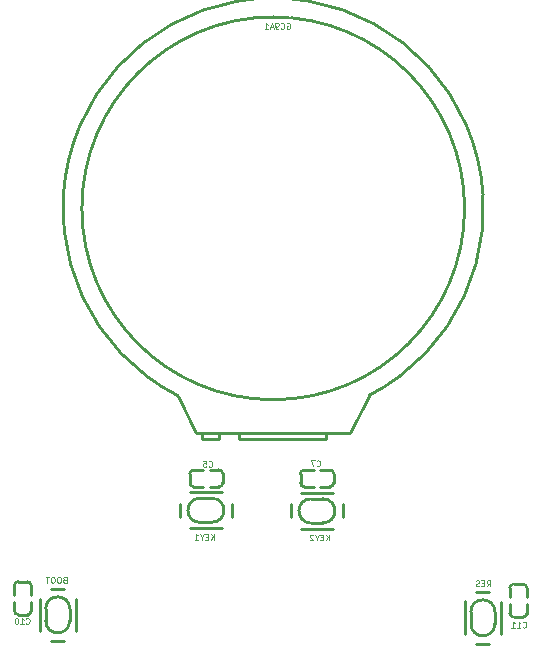
<source format=gbr>
%TF.GenerationSoftware,KiCad,Pcbnew,(6.0.2)*%
%TF.CreationDate,2022-08-25T15:18:49+08:00*%
%TF.ProjectId,ESP32S3_LCD_Card,45535033-3253-4335-9f4c-43445f436172,rev?*%
%TF.SameCoordinates,Original*%
%TF.FileFunction,Legend,Bot*%
%TF.FilePolarity,Positive*%
%FSLAX46Y46*%
G04 Gerber Fmt 4.6, Leading zero omitted, Abs format (unit mm)*
G04 Created by KiCad (PCBNEW (6.0.2)) date 2022-08-25 15:18:49*
%MOMM*%
%LPD*%
G01*
G04 APERTURE LIST*
%ADD10C,0.125000*%
%ADD11C,0.254000*%
G04 APERTURE END LIST*
D10*
%TO.C,C5*%
X135018678Y-127432571D02*
X135042488Y-127456380D01*
X135113916Y-127480190D01*
X135161535Y-127480190D01*
X135232964Y-127456380D01*
X135280583Y-127408761D01*
X135304392Y-127361142D01*
X135328202Y-127265904D01*
X135328202Y-127194476D01*
X135304392Y-127099238D01*
X135280583Y-127051619D01*
X135232964Y-127004000D01*
X135161535Y-126980190D01*
X135113916Y-126980190D01*
X135042488Y-127004000D01*
X135018678Y-127027809D01*
X134566297Y-126980190D02*
X134804392Y-126980190D01*
X134828202Y-127218285D01*
X134804392Y-127194476D01*
X134756773Y-127170666D01*
X134637726Y-127170666D01*
X134590107Y-127194476D01*
X134566297Y-127218285D01*
X134542488Y-127265904D01*
X134542488Y-127384952D01*
X134566297Y-127432571D01*
X134590107Y-127456380D01*
X134637726Y-127480190D01*
X134756773Y-127480190D01*
X134804392Y-127456380D01*
X134828202Y-127432571D01*
%TO.C,GC9A1*%
X141654250Y-89920000D02*
X141701869Y-89896190D01*
X141773297Y-89896190D01*
X141844726Y-89920000D01*
X141892345Y-89967619D01*
X141916154Y-90015238D01*
X141939964Y-90110476D01*
X141939964Y-90181904D01*
X141916154Y-90277142D01*
X141892345Y-90324761D01*
X141844726Y-90372380D01*
X141773297Y-90396190D01*
X141725678Y-90396190D01*
X141654250Y-90372380D01*
X141630440Y-90348571D01*
X141630440Y-90181904D01*
X141725678Y-90181904D01*
X141130440Y-90348571D02*
X141154250Y-90372380D01*
X141225678Y-90396190D01*
X141273297Y-90396190D01*
X141344726Y-90372380D01*
X141392345Y-90324761D01*
X141416154Y-90277142D01*
X141439964Y-90181904D01*
X141439964Y-90110476D01*
X141416154Y-90015238D01*
X141392345Y-89967619D01*
X141344726Y-89920000D01*
X141273297Y-89896190D01*
X141225678Y-89896190D01*
X141154250Y-89920000D01*
X141130440Y-89943809D01*
X140892345Y-90396190D02*
X140797107Y-90396190D01*
X140749488Y-90372380D01*
X140725678Y-90348571D01*
X140678059Y-90277142D01*
X140654250Y-90181904D01*
X140654250Y-89991428D01*
X140678059Y-89943809D01*
X140701869Y-89920000D01*
X140749488Y-89896190D01*
X140844726Y-89896190D01*
X140892345Y-89920000D01*
X140916154Y-89943809D01*
X140939964Y-89991428D01*
X140939964Y-90110476D01*
X140916154Y-90158095D01*
X140892345Y-90181904D01*
X140844726Y-90205714D01*
X140749488Y-90205714D01*
X140701869Y-90181904D01*
X140678059Y-90158095D01*
X140654250Y-90110476D01*
X140463773Y-90253333D02*
X140225678Y-90253333D01*
X140511392Y-90396190D02*
X140344726Y-89896190D01*
X140178059Y-90396190D01*
X139749488Y-90396190D02*
X140035202Y-90396190D01*
X139892345Y-90396190D02*
X139892345Y-89896190D01*
X139939964Y-89967619D01*
X139987583Y-90015238D01*
X140035202Y-90039047D01*
%TO.C,C7*%
X144166988Y-127391562D02*
X144190797Y-127415371D01*
X144262226Y-127439181D01*
X144309845Y-127439181D01*
X144381273Y-127415371D01*
X144428892Y-127367752D01*
X144452702Y-127320133D01*
X144476511Y-127224895D01*
X144476511Y-127153467D01*
X144452702Y-127058229D01*
X144428892Y-127010610D01*
X144381273Y-126962991D01*
X144309845Y-126939181D01*
X144262226Y-126939181D01*
X144190797Y-126962991D01*
X144166988Y-126986800D01*
X144000321Y-126939181D02*
X143666988Y-126939181D01*
X143881273Y-127439181D01*
%TO.C,C11*%
X161612347Y-141040786D02*
X161636156Y-141064595D01*
X161707585Y-141088405D01*
X161755204Y-141088405D01*
X161826632Y-141064595D01*
X161874251Y-141016976D01*
X161898061Y-140969357D01*
X161921870Y-140874119D01*
X161921870Y-140802691D01*
X161898061Y-140707453D01*
X161874251Y-140659834D01*
X161826632Y-140612215D01*
X161755204Y-140588405D01*
X161707585Y-140588405D01*
X161636156Y-140612215D01*
X161612347Y-140636024D01*
X161136156Y-141088405D02*
X161421870Y-141088405D01*
X161279013Y-141088405D02*
X161279013Y-140588405D01*
X161326632Y-140659834D01*
X161374251Y-140707453D01*
X161421870Y-140731262D01*
X160659966Y-141088405D02*
X160945680Y-141088405D01*
X160802823Y-141088405D02*
X160802823Y-140588405D01*
X160850442Y-140659834D01*
X160898061Y-140707453D01*
X160945680Y-140731262D01*
%TO.C,BOOT*%
X122823035Y-137029150D02*
X122751607Y-137052960D01*
X122727797Y-137076769D01*
X122703988Y-137124388D01*
X122703988Y-137195817D01*
X122727797Y-137243436D01*
X122751607Y-137267245D01*
X122799226Y-137291055D01*
X122989702Y-137291055D01*
X122989702Y-136791055D01*
X122823035Y-136791055D01*
X122775416Y-136814865D01*
X122751607Y-136838674D01*
X122727797Y-136886293D01*
X122727797Y-136933912D01*
X122751607Y-136981531D01*
X122775416Y-137005341D01*
X122823035Y-137029150D01*
X122989702Y-137029150D01*
X122394464Y-136791055D02*
X122299226Y-136791055D01*
X122251607Y-136814865D01*
X122203988Y-136862484D01*
X122180178Y-136957722D01*
X122180178Y-137124388D01*
X122203988Y-137219626D01*
X122251607Y-137267245D01*
X122299226Y-137291055D01*
X122394464Y-137291055D01*
X122442083Y-137267245D01*
X122489702Y-137219626D01*
X122513511Y-137124388D01*
X122513511Y-136957722D01*
X122489702Y-136862484D01*
X122442083Y-136814865D01*
X122394464Y-136791055D01*
X121870654Y-136791055D02*
X121775416Y-136791055D01*
X121727797Y-136814865D01*
X121680178Y-136862484D01*
X121656369Y-136957722D01*
X121656369Y-137124388D01*
X121680178Y-137219626D01*
X121727797Y-137267245D01*
X121775416Y-137291055D01*
X121870654Y-137291055D01*
X121918273Y-137267245D01*
X121965892Y-137219626D01*
X121989702Y-137124388D01*
X121989702Y-136957722D01*
X121965892Y-136862484D01*
X121918273Y-136814865D01*
X121870654Y-136791055D01*
X121513511Y-136791055D02*
X121227797Y-136791055D01*
X121370654Y-137291055D02*
X121370654Y-136791055D01*
%TO.C,RES*%
X158563446Y-137601768D02*
X158730112Y-137363673D01*
X158849160Y-137601768D02*
X158849160Y-137101768D01*
X158658684Y-137101768D01*
X158611065Y-137125578D01*
X158587255Y-137149387D01*
X158563446Y-137197006D01*
X158563446Y-137268435D01*
X158587255Y-137316054D01*
X158611065Y-137339863D01*
X158658684Y-137363673D01*
X158849160Y-137363673D01*
X158349160Y-137339863D02*
X158182493Y-137339863D01*
X158111065Y-137601768D02*
X158349160Y-137601768D01*
X158349160Y-137101768D01*
X158111065Y-137101768D01*
X157920588Y-137577958D02*
X157849160Y-137601768D01*
X157730112Y-137601768D01*
X157682493Y-137577958D01*
X157658684Y-137554149D01*
X157634874Y-137506530D01*
X157634874Y-137458911D01*
X157658684Y-137411292D01*
X157682493Y-137387482D01*
X157730112Y-137363673D01*
X157825350Y-137339863D01*
X157872969Y-137316054D01*
X157896779Y-137292244D01*
X157920588Y-137244625D01*
X157920588Y-137197006D01*
X157896779Y-137149387D01*
X157872969Y-137125578D01*
X157825350Y-137101768D01*
X157706303Y-137101768D01*
X157634874Y-137125578D01*
%TO.C,C10*%
X119550774Y-140730069D02*
X119574583Y-140753878D01*
X119646012Y-140777688D01*
X119693631Y-140777688D01*
X119765059Y-140753878D01*
X119812678Y-140706259D01*
X119836488Y-140658640D01*
X119860297Y-140563402D01*
X119860297Y-140491974D01*
X119836488Y-140396736D01*
X119812678Y-140349117D01*
X119765059Y-140301498D01*
X119693631Y-140277688D01*
X119646012Y-140277688D01*
X119574583Y-140301498D01*
X119550774Y-140325307D01*
X119074583Y-140777688D02*
X119360297Y-140777688D01*
X119217440Y-140777688D02*
X119217440Y-140277688D01*
X119265059Y-140349117D01*
X119312678Y-140396736D01*
X119360297Y-140420545D01*
X118765059Y-140277688D02*
X118717440Y-140277688D01*
X118669821Y-140301498D01*
X118646012Y-140325307D01*
X118622202Y-140372926D01*
X118598393Y-140468164D01*
X118598393Y-140587212D01*
X118622202Y-140682450D01*
X118646012Y-140730069D01*
X118669821Y-140753878D01*
X118717440Y-140777688D01*
X118765059Y-140777688D01*
X118812678Y-140753878D01*
X118836488Y-140730069D01*
X118860297Y-140682450D01*
X118884107Y-140587212D01*
X118884107Y-140468164D01*
X118860297Y-140372926D01*
X118836488Y-140325307D01*
X118812678Y-140301498D01*
X118765059Y-140277688D01*
%TO.C,KEY2*%
X145217336Y-133719593D02*
X145217336Y-133219593D01*
X144931621Y-133719593D02*
X145145907Y-133433879D01*
X144931621Y-133219593D02*
X145217336Y-133505307D01*
X144717336Y-133457688D02*
X144550669Y-133457688D01*
X144479241Y-133719593D02*
X144717336Y-133719593D01*
X144717336Y-133219593D01*
X144479241Y-133219593D01*
X144169717Y-133481498D02*
X144169717Y-133719593D01*
X144336383Y-133219593D02*
X144169717Y-133481498D01*
X144003050Y-133219593D01*
X143860193Y-133267212D02*
X143836383Y-133243403D01*
X143788764Y-133219593D01*
X143669717Y-133219593D01*
X143622098Y-133243403D01*
X143598288Y-133267212D01*
X143574479Y-133314831D01*
X143574479Y-133362450D01*
X143598288Y-133433879D01*
X143884002Y-133719593D01*
X143574479Y-133719593D01*
%TO.C,KEY1*%
X135478344Y-133644611D02*
X135478344Y-133144611D01*
X135192630Y-133644611D02*
X135406915Y-133358897D01*
X135192630Y-133144611D02*
X135478344Y-133430325D01*
X134978344Y-133382706D02*
X134811677Y-133382706D01*
X134740249Y-133644611D02*
X134978344Y-133644611D01*
X134978344Y-133144611D01*
X134740249Y-133144611D01*
X134430725Y-133406516D02*
X134430725Y-133644611D01*
X134597392Y-133144611D02*
X134430725Y-133406516D01*
X134264058Y-133144611D01*
X133835487Y-133644611D02*
X134121201Y-133644611D01*
X133978344Y-133644611D02*
X133978344Y-133144611D01*
X134025963Y-133216040D01*
X134073582Y-133263659D01*
X134121201Y-133287468D01*
D11*
%TO.C,C5*%
X133422582Y-128051669D02*
X133422582Y-128851669D01*
X134532582Y-127741669D02*
X133732582Y-127741669D01*
X136217582Y-128045669D02*
X136217582Y-128845669D01*
X134532582Y-129161669D02*
X133732582Y-129161669D01*
X135108582Y-129155669D02*
X135908582Y-129155669D01*
X135108582Y-127736669D02*
X135908582Y-127736669D01*
X135908557Y-129155669D02*
G75*
G03*
X136218582Y-128845669I25J310000D01*
G01*
X136217582Y-128045669D02*
G75*
G03*
X135908582Y-127736669I-309000J0D01*
G01*
X133422582Y-128851669D02*
G75*
G03*
X133732582Y-129161669I310000J0D01*
G01*
X133732607Y-127741669D02*
G75*
G03*
X133422582Y-128051669I-25J-310000D01*
G01*
%TO.C,GC9A1*%
X134486822Y-125146447D02*
X135914822Y-125154447D01*
X146986822Y-124646447D02*
X133986822Y-124646447D01*
X137565822Y-125154447D02*
X137567822Y-124646447D01*
X133986822Y-124646447D02*
X132426822Y-121467447D01*
X144986822Y-125146447D02*
X137565822Y-125154447D01*
X144986822Y-124646447D02*
X144986822Y-125146447D01*
X134486822Y-124646447D02*
X134486822Y-125146447D01*
X135914822Y-125154447D02*
X135914822Y-124646447D01*
X146986822Y-124646447D02*
X148553822Y-121463447D01*
X148598822Y-121440447D02*
G75*
G03*
X132424299Y-121465681I-8112000J15844000D01*
G01*
X156686822Y-105596447D02*
G75*
G03*
X156686822Y-105596447I-16200000J0D01*
G01*
%TO.C,C7*%
X145591822Y-128056991D02*
X145591822Y-128856991D01*
X144482822Y-129166991D02*
X145282822Y-129166991D01*
X144482822Y-127747991D02*
X145282822Y-127747991D01*
X143906822Y-129172991D02*
X143106822Y-129172991D01*
X143906822Y-127752991D02*
X143106822Y-127752991D01*
X142796822Y-128062991D02*
X142796822Y-128862991D01*
X142796822Y-128862991D02*
G75*
G03*
X143106822Y-129172991I310000J0D01*
G01*
X145591822Y-128056991D02*
G75*
G03*
X145282822Y-127747991I-309000J0D01*
G01*
X145282797Y-129166991D02*
G75*
G03*
X145592822Y-128856991I25J310000D01*
G01*
X143106847Y-127752991D02*
G75*
G03*
X142796822Y-128062991I-25J-310000D01*
G01*
%TO.C,C11*%
X160521822Y-138527435D02*
X160521822Y-137727435D01*
X161946822Y-139103435D02*
X161946822Y-139903435D01*
X160836822Y-140213435D02*
X161636822Y-140213435D01*
X161940822Y-138527435D02*
X161940822Y-137727435D01*
X160830822Y-137418435D02*
X161630822Y-137418435D01*
X160526822Y-139103435D02*
X160526822Y-139903435D01*
X161940822Y-137727460D02*
G75*
G03*
X161630822Y-137417435I-310000J25D01*
G01*
X160526822Y-139903410D02*
G75*
G03*
X160836822Y-140213435I310000J-25D01*
G01*
X161636822Y-140213435D02*
G75*
G03*
X161946822Y-139903435I0J310000D01*
G01*
X160830822Y-137418435D02*
G75*
G03*
X160521822Y-137727435I0J-309000D01*
G01*
%TO.C,BOOT*%
X121692822Y-137812991D02*
X122780822Y-137812991D01*
X123252822Y-139504991D02*
X123252822Y-140520991D01*
X121692822Y-142212991D02*
X122780822Y-142212991D01*
X121220822Y-139504991D02*
X121220822Y-140520991D01*
X123786822Y-138631991D02*
X123786822Y-141393991D01*
X120712822Y-141378991D02*
X120712822Y-138646991D01*
X121220822Y-140520991D02*
G75*
G03*
X123252822Y-140520991I1016000J0D01*
G01*
X123252822Y-139504991D02*
G75*
G03*
X121220822Y-139504991I-1016000J0D01*
G01*
%TO.C,RES*%
X158780822Y-138062991D02*
X157692822Y-138062991D01*
X159760822Y-138896991D02*
X159760822Y-141628991D01*
X159252822Y-140770991D02*
X159252822Y-139754991D01*
X157220822Y-140770991D02*
X157220822Y-139754991D01*
X156686822Y-141643991D02*
X156686822Y-138881991D01*
X158780822Y-142462991D02*
X157692822Y-142462991D01*
X159252822Y-139754991D02*
G75*
G03*
X157220822Y-139754991I-1016000J0D01*
G01*
X157220822Y-140770991D02*
G75*
G03*
X159252822Y-140770991I1016000J0D01*
G01*
%TO.C,C10*%
X118576786Y-138888195D02*
X118576786Y-139688195D01*
X119990786Y-138312195D02*
X119990786Y-137512195D01*
X118571786Y-138312195D02*
X118571786Y-137512195D01*
X118880786Y-137203195D02*
X119680786Y-137203195D01*
X118886786Y-139998195D02*
X119686786Y-139998195D01*
X119996786Y-138888195D02*
X119996786Y-139688195D01*
X118880786Y-137203195D02*
G75*
G03*
X118571786Y-137512195I0J-309000D01*
G01*
X118576786Y-139688170D02*
G75*
G03*
X118886786Y-139998195I310000J-25D01*
G01*
X119990786Y-137512220D02*
G75*
G03*
X119680786Y-137202195I-310000J25D01*
G01*
X119686786Y-139998195D02*
G75*
G03*
X119996786Y-139688195I0J310000D01*
G01*
%TO.C,KEY2*%
X145552822Y-132736991D02*
X142820822Y-132736991D01*
X141986822Y-131756991D02*
X141986822Y-130668991D01*
X143678822Y-130196991D02*
X144694822Y-130196991D01*
X146386822Y-131756991D02*
X146386822Y-130668991D01*
X143678822Y-132228991D02*
X144694822Y-132228991D01*
X142805822Y-129662991D02*
X145567822Y-129662991D01*
X144694822Y-132228991D02*
G75*
G03*
X144694822Y-130196991I0J1016000D01*
G01*
X143678822Y-130196991D02*
G75*
G03*
X143678822Y-132228991I0J-1016000D01*
G01*
%TO.C,KEY1*%
X134278822Y-132178991D02*
X135294822Y-132178991D01*
X136986822Y-131706991D02*
X136986822Y-130618991D01*
X133405822Y-129612991D02*
X136167822Y-129612991D01*
X136152822Y-132686991D02*
X133420822Y-132686991D01*
X134278822Y-130146991D02*
X135294822Y-130146991D01*
X132586822Y-131706991D02*
X132586822Y-130618991D01*
X135294822Y-132178991D02*
G75*
G03*
X135294822Y-130146991I0J1016000D01*
G01*
X134278822Y-130146991D02*
G75*
G03*
X134278822Y-132178991I0J-1016000D01*
G01*
%TD*%
M02*

</source>
